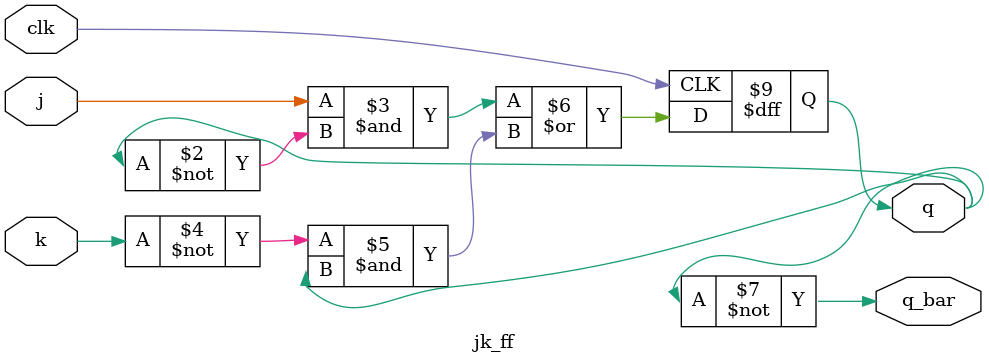
<source format=v>
`timescale 1ns / 1ps


module jk_ff(input j, input k, input clk,
output q, output q_bar);

wire j, k, clk, q_bar;
reg q;

initial
q = 0;


always @(posedge clk)
begin
    q <= (j&(~q)) | ((~k)&q);
end

assign q_bar = ~q;

endmodule

</source>
